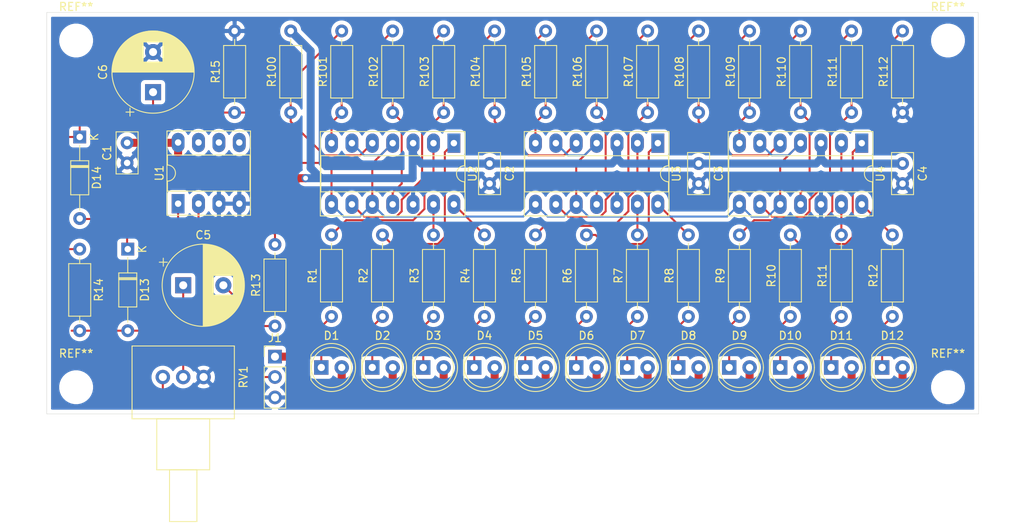
<source format=kicad_pcb>
(kicad_pcb (version 20171130) (host pcbnew "(5.1.7-0-10_14)")
  (title_block (title "VU Meter Module") (rev v0.1) (company "Jannik Beyerstedt") (comment 1 "Experimentation Prototype"))
  (layers (0 F.Cu signal) (31 B.Cu signal) (34 B.Paste user) (35 F.Paste user) (36 B.SilkS user) (37 F.SilkS user) (38 B.Mask user) (39 F.Mask user) (44 Edge.Cuts user))
  (net 0 "")
  (net 1 +15V)
  (net 2 "Net-(C5-Pad2)")
  (net 3 "Net-(C5-Pad1)")
  (net 4 "Net-(C6-Pad1)")
  (net 5 "Net-(D1-Pad1)")
  (net 6 "Net-(D2-Pad1)")
  (net 7 "Net-(D3-Pad1)")
  (net 8 "Net-(D4-Pad1)")
  (net 9 "Net-(D5-Pad1)")
  (net 10 "Net-(D6-Pad1)")
  (net 11 "Net-(D7-Pad1)")
  (net 12 "Net-(D8-Pad1)")
  (net 13 "Net-(D9-Pad1)")
  (net 14 "Net-(D10-Pad1)")
  (net 15 "Net-(D11-Pad1)")
  (net 16 "Net-(D12-Pad1)")
  (net 17 "Net-(D13-Pad2)")
  (net 18 "Net-(D13-Pad1)")
  (net 19 "Net-(R1-Pad2)")
  (net 20 "Net-(R2-Pad2)")
  (net 21 "Net-(R3-Pad2)")
  (net 22 "Net-(R4-Pad2)")
  (net 23 "Net-(R5-Pad2)")
  (net 24 "Net-(R6-Pad2)")
  (net 25 "Net-(R7-Pad2)")
  (net 26 "Net-(R8-Pad2)")
  (net 27 "Net-(R9-Pad2)")
  (net 28 "Net-(R10-Pad2)")
  (net 29 "Net-(R11-Pad2)")
  (net 30 "Net-(R12-Pad2)")
  (net 31 "Net-(R100-Pad1)")
  (net 32 "Net-(R101-Pad1)")
  (net 33 "Net-(R102-Pad1)")
  (net 34 "Net-(R103-Pad1)")
  (net 35 "Net-(R104-Pad1)")
  (net 36 "Net-(R105-Pad1)")
  (net 37 "Net-(R106-Pad1)")
  (net 38 "Net-(R107-Pad1)")
  (net 39 "Net-(R108-Pad1)")
  (net 40 "Net-(R109-Pad1)")
  (net 41 "Net-(R110-Pad1)")
  (net 42 "Net-(R111-Pad1)")
  (net 43 Line_Input)
  (net 44 GNDREF)
  (module Package_DIP:DIP-14_W7.62mm_Socket_LongPads (layer F.Cu) (at 131.5 36.275 270)
    (fp_text reference U4 (at 3.81 -2.33 90) (layer F.SilkS))
    (fp_text value LM339)
    (pad 14 thru_hole oval (at 7.62 0 270) (size 2.4 1.6) (drill 0.8) (layers *.Cu *.Mask) (net 30 "Net-(R12-Pad2)"))
    (pad 7 thru_hole oval (at 0 15.24 270) (size 2.4 1.6) (drill 0.8) (layers *.Cu *.Mask) (net 40 "Net-(R109-Pad1)"))
    (pad 13 thru_hole oval (at 7.62 2.54 270) (size 2.4 1.6) (drill 0.8) (layers *.Cu *.Mask) (net 29 "Net-(R11-Pad2)"))
    (pad 6 thru_hole oval (at 0 12.7 270) (size 2.4 1.6) (drill 0.8) (layers *.Cu *.Mask) (net 4 "Net-(C6-Pad1)"))
    (pad 12 thru_hole oval (at 7.62 5.08 270) (size 2.4 1.6) (drill 0.8) (layers *.Cu *.Mask) (net 44 GNDREF))
    (pad 5 thru_hole oval (at 0 10.16 270) (size 2.4 1.6) (drill 0.8) (layers *.Cu *.Mask) (net 39 "Net-(R108-Pad1)"))
    (pad 11 thru_hole oval (at 7.62 7.62 270) (size 2.4 1.6) (drill 0.8) (layers *.Cu *.Mask) (net 41 "Net-(R110-Pad1)"))
    (pad 4 thru_hole oval (at 0 7.62 270) (size 2.4 1.6) (drill 0.8) (layers *.Cu *.Mask) (net 4 "Net-(C6-Pad1)"))
    (pad 10 thru_hole oval (at 7.62 10.16 270) (size 2.4 1.6) (drill 0.8) (layers *.Cu *.Mask) (net 4 "Net-(C6-Pad1)"))
    (pad 3 thru_hole oval (at 0 5.08 270) (size 2.4 1.6) (drill 0.8) (layers *.Cu *.Mask) (net 1 +15V))
    (pad 9 thru_hole oval (at 7.62 12.7 270) (size 2.4 1.6) (drill 0.8) (layers *.Cu *.Mask) (net 42 "Net-(R111-Pad1)"))
    (pad 2 thru_hole oval (at 0 2.54 270) (size 2.4 1.6) (drill 0.8) (layers *.Cu *.Mask) (net 27 "Net-(R9-Pad2)"))
    (pad 8 thru_hole oval (at 7.62 15.24 270) (size 2.4 1.6) (drill 0.8) (layers *.Cu *.Mask) (net 4 "Net-(C6-Pad1)"))
    (pad 1 thru_hole rect (at 0 0 270) (size 2.4 1.6) (drill 0.8) (layers *.Cu *.Mask) (net 28 "Net-(R10-Pad2)"))
  )
  (module Package_DIP:DIP-14_W7.62mm_Socket_LongPads (layer F.Cu) (at 106.1 36.275 270)
    (fp_text reference U3 (at 3.81 -2.33 90) (layer F.SilkS))
    (fp_text value LM339)
    (pad 14 thru_hole oval (at 7.62 0 270) (size 2.4 1.6) (drill 0.8) (layers *.Cu *.Mask) (net 26 "Net-(R8-Pad2)"))
    (pad 7 thru_hole oval (at 0 15.24 270) (size 2.4 1.6) (drill 0.8) (layers *.Cu *.Mask) (net 36 "Net-(R105-Pad1)"))
    (pad 13 thru_hole oval (at 7.62 2.54 270) (size 2.4 1.6) (drill 0.8) (layers *.Cu *.Mask) (net 25 "Net-(R7-Pad2)"))
    (pad 6 thru_hole oval (at 0 12.7 270) (size 2.4 1.6) (drill 0.8) (layers *.Cu *.Mask) (net 4 "Net-(C6-Pad1)"))
    (pad 12 thru_hole oval (at 7.62 5.08 270) (size 2.4 1.6) (drill 0.8) (layers *.Cu *.Mask) (net 44 GNDREF))
    (pad 5 thru_hole oval (at 0 10.16 270) (size 2.4 1.6) (drill 0.8) (layers *.Cu *.Mask) (net 35 "Net-(R104-Pad1)"))
    (pad 11 thru_hole oval (at 7.62 7.62 270) (size 2.4 1.6) (drill 0.8) (layers *.Cu *.Mask) (net 37 "Net-(R106-Pad1)"))
    (pad 4 thru_hole oval (at 0 7.62 270) (size 2.4 1.6) (drill 0.8) (layers *.Cu *.Mask) (net 4 "Net-(C6-Pad1)"))
    (pad 10 thru_hole oval (at 7.62 10.16 270) (size 2.4 1.6) (drill 0.8) (layers *.Cu *.Mask) (net 4 "Net-(C6-Pad1)"))
    (pad 3 thru_hole oval (at 0 5.08 270) (size 2.4 1.6) (drill 0.8) (layers *.Cu *.Mask) (net 1 +15V))
    (pad 9 thru_hole oval (at 7.62 12.7 270) (size 2.4 1.6) (drill 0.8) (layers *.Cu *.Mask) (net 38 "Net-(R107-Pad1)"))
    (pad 2 thru_hole oval (at 0 2.54 270) (size 2.4 1.6) (drill 0.8) (layers *.Cu *.Mask) (net 23 "Net-(R5-Pad2)"))
    (pad 8 thru_hole oval (at 7.62 15.24 270) (size 2.4 1.6) (drill 0.8) (layers *.Cu *.Mask) (net 4 "Net-(C6-Pad1)"))
    (pad 1 thru_hole rect (at 0 0 270) (size 2.4 1.6) (drill 0.8) (layers *.Cu *.Mask) (net 24 "Net-(R6-Pad2)"))
  )
  (module MountingHole:MountingHole_3.2mm_M3 (layer F.Cu) (at 33.655 23.495)
    (fp_text reference REF** (at 0 -4.2) (layer F.SilkS))
    (fp_text value MountingHole_3.2mm_M3)
    (pad 1 np_thru_hole circle (at 0 0) (size 3.2 3.2) (drill 3.2) (layers *.Cu *.Mask))
  )
  (module MountingHole:MountingHole_3.2mm_M3 (layer F.Cu) (at 142.24 66.675)
    (fp_text reference REF** (at 0 -4.2) (layer F.SilkS))
    (fp_text value MountingHole_3.2mm_M3)
    (pad 1 np_thru_hole circle (at 0 0) (size 3.2 3.2) (drill 3.2) (layers *.Cu *.Mask))
  )
  (module MountingHole:MountingHole_3.2mm_M3 (layer F.Cu) (at 142.24 23.495)
    (fp_text reference REF** (at 0 -4.2) (layer F.SilkS))
    (fp_text value MountingHole_3.2mm_M3)
    (pad 1 np_thru_hole circle (at 0 0) (size 3.2 3.2) (drill 3.2) (layers *.Cu *.Mask))
  )
  (module MountingHole:MountingHole_3.2mm_M3 (layer F.Cu) (at 33.655 66.675)
    (fp_text reference REF** (at 0 -4.2) (layer F.SilkS))
    (fp_text value MountingHole_3.2mm_M3)
    (pad 1 np_thru_hole circle (at 0 0) (size 3.2 3.2) (drill 3.2) (layers *.Cu *.Mask))
  )
  (module Connector_PinHeader_2.54mm:PinHeader_1x03_P2.54mm_Vertical (layer F.Cu) (at 58.42 62.865)
    (fp_text reference J1 (at 0 -2.33) (layer F.SilkS))
    (fp_text value Pwr_Signal)
    (pad 3 thru_hole oval (at 0 5.08) (size 1.7 1.7) (drill 1) (layers *.Cu *.Mask) (net 44 GNDREF))
    (pad 2 thru_hole oval (at 0 2.54) (size 1.7 1.7) (drill 1) (layers *.Cu *.Mask) (net 43 Line_Input))
    (pad 1 thru_hole rect (at 0 0) (size 1.7 1.7) (drill 1) (layers *.Cu *.Mask) (net 1 +15V))
  )
  (module Package_DIP:DIP-14_W7.62mm_Socket_LongPads (layer F.Cu) (at 80.7 36.275 270)
    (fp_text reference U2 (at 3.81 -2.33 90) (layer F.SilkS))
    (fp_text value LM339)
    (pad 14 thru_hole oval (at 7.62 0 270) (size 2.4 1.6) (drill 0.8) (layers *.Cu *.Mask) (net 22 "Net-(R4-Pad2)"))
    (pad 7 thru_hole oval (at 0 15.24 270) (size 2.4 1.6) (drill 0.8) (layers *.Cu *.Mask) (net 32 "Net-(R101-Pad1)"))
    (pad 13 thru_hole oval (at 7.62 2.54 270) (size 2.4 1.6) (drill 0.8) (layers *.Cu *.Mask) (net 21 "Net-(R3-Pad2)"))
    (pad 6 thru_hole oval (at 0 12.7 270) (size 2.4 1.6) (drill 0.8) (layers *.Cu *.Mask) (net 4 "Net-(C6-Pad1)"))
    (pad 12 thru_hole oval (at 7.62 5.08 270) (size 2.4 1.6) (drill 0.8) (layers *.Cu *.Mask) (net 44 GNDREF))
    (pad 5 thru_hole oval (at 0 10.16 270) (size 2.4 1.6) (drill 0.8) (layers *.Cu *.Mask) (net 31 "Net-(R100-Pad1)"))
    (pad 11 thru_hole oval (at 7.62 7.62 270) (size 2.4 1.6) (drill 0.8) (layers *.Cu *.Mask) (net 33 "Net-(R102-Pad1)"))
    (pad 4 thru_hole oval (at 0 7.62 270) (size 2.4 1.6) (drill 0.8) (layers *.Cu *.Mask) (net 4 "Net-(C6-Pad1)"))
    (pad 10 thru_hole oval (at 7.62 10.16 270) (size 2.4 1.6) (drill 0.8) (layers *.Cu *.Mask) (net 4 "Net-(C6-Pad1)"))
    (pad 3 thru_hole oval (at 0 5.08 270) (size 2.4 1.6) (drill 0.8) (layers *.Cu *.Mask) (net 1 +15V))
    (pad 9 thru_hole oval (at 7.62 12.7 270) (size 2.4 1.6) (drill 0.8) (layers *.Cu *.Mask) (net 34 "Net-(R103-Pad1)"))
    (pad 2 thru_hole oval (at 0 2.54 270) (size 2.4 1.6) (drill 0.8) (layers *.Cu *.Mask) (net 19 "Net-(R1-Pad2)"))
    (pad 8 thru_hole oval (at 7.62 15.24 270) (size 2.4 1.6) (drill 0.8) (layers *.Cu *.Mask) (net 4 "Net-(C6-Pad1)"))
    (pad 1 thru_hole rect (at 0 0 270) (size 2.4 1.6) (drill 0.8) (layers *.Cu *.Mask) (net 20 "Net-(R2-Pad2)"))
  )
  (module Package_DIP:DIP-8_W7.62mm_Socket_LongPads (layer F.Cu) (at 46.355 43.815 90)
    (fp_text reference U1 (at 3.81 -2.33 90) (layer F.SilkS))
    (fp_text value LM833N)
    (pad 8 thru_hole oval (at 7.62 0 90) (size 2.4 1.6) (drill 0.8) (layers *.Cu *.Mask) (net 1 +15V))
    (pad 4 thru_hole oval (at 0 7.62 90) (size 2.4 1.6) (drill 0.8) (layers *.Cu *.Mask) (net 44 GNDREF))
    (pad 7 thru_hole oval (at 7.62 2.54 90) (size 2.4 1.6) (drill 0.8) (layers *.Cu *.Mask))
    (pad 3 thru_hole oval (at 0 5.08 90) (size 2.4 1.6) (drill 0.8) (layers *.Cu *.Mask) (net 44 GNDREF))
    (pad 6 thru_hole oval (at 7.62 5.08 90) (size 2.4 1.6) (drill 0.8) (layers *.Cu *.Mask))
    (pad 2 thru_hole oval (at 0 2.54 90) (size 2.4 1.6) (drill 0.8) (layers *.Cu *.Mask) (net 17 "Net-(D13-Pad2)"))
    (pad 5 thru_hole oval (at 7.62 7.62 90) (size 2.4 1.6) (drill 0.8) (layers *.Cu *.Mask))
    (pad 1 thru_hole rect (at 0 0 90) (size 2.4 1.6) (drill 0.8) (layers *.Cu *.Mask) (net 18 "Net-(D13-Pad1)"))
  )
  (module Potentiometer_THT:Potentiometer_Vishay_148-149_Single_Horizontal (layer F.Cu) (at 44.45 65.405 270)
    (fp_text reference RV1 (at 0 -10.04 90) (layer F.SilkS))
    (fp_text value 50K)
    (pad 1 thru_hole circle (at 0 0 270) (size 1.8 1.8) (drill 1) (layers *.Cu *.Mask) (net 43 Line_Input))
    (pad 2 thru_hole circle (at 0 -2.54 270) (size 1.8 1.8) (drill 1) (layers *.Cu *.Mask) (net 3 "Net-(C5-Pad1)"))
    (pad 3 thru_hole circle (at 0 -5.08 270) (size 1.8 1.8) (drill 1) (layers *.Cu *.Mask) (net 44 GNDREF))
  )
  (module Resistor_THT:R_Axial_DIN0207_L6.3mm_D2.5mm_P10.16mm_Horizontal (layer F.Cu) (at 136.58 32.465 90)
    (fp_text reference R112 (at 5.08 -2.37 90) (layer F.SilkS))
    (fp_text value 68R)
    (pad 2 thru_hole oval (at 10.16 0 90) (size 1.6 1.6) (drill 0.8) (layers *.Cu *.Mask) (net 42 "Net-(R111-Pad1)"))
    (pad 1 thru_hole circle (at 0 0 90) (size 1.6 1.6) (drill 0.8) (layers *.Cu *.Mask) (net 44 GNDREF))
  )
  (module Resistor_THT:R_Axial_DIN0207_L6.3mm_D2.5mm_P10.16mm_Horizontal (layer F.Cu) (at 130.23 32.465 90)
    (fp_text reference R111 (at 5.08 -2.37 90) (layer F.SilkS))
    (fp_text value 39R)
    (pad 2 thru_hole oval (at 10.16 0 90) (size 1.6 1.6) (drill 0.8) (layers *.Cu *.Mask) (net 41 "Net-(R110-Pad1)"))
    (pad 1 thru_hole circle (at 0 0 90) (size 1.6 1.6) (drill 0.8) (layers *.Cu *.Mask) (net 42 "Net-(R111-Pad1)"))
  )
  (module Resistor_THT:R_Axial_DIN0207_L6.3mm_D2.5mm_P10.16mm_Horizontal (layer F.Cu) (at 123.88 32.465 90)
    (fp_text reference R110 (at 5.08 -2.37 90) (layer F.SilkS))
    (fp_text value 68R)
    (pad 2 thru_hole oval (at 10.16 0 90) (size 1.6 1.6) (drill 0.8) (layers *.Cu *.Mask) (net 40 "Net-(R109-Pad1)"))
    (pad 1 thru_hole circle (at 0 0 90) (size 1.6 1.6) (drill 0.8) (layers *.Cu *.Mask) (net 41 "Net-(R110-Pad1)"))
  )
  (module Resistor_THT:R_Axial_DIN0207_L6.3mm_D2.5mm_P10.16mm_Horizontal (layer F.Cu) (at 117.53 32.465 90)
    (fp_text reference R109 (at 5.08 -2.37 90) (layer F.SilkS))
    (fp_text value 100R)
    (pad 2 thru_hole oval (at 10.16 0 90) (size 1.6 1.6) (drill 0.8) (layers *.Cu *.Mask) (net 39 "Net-(R108-Pad1)"))
    (pad 1 thru_hole circle (at 0 0 90) (size 1.6 1.6) (drill 0.8) (layers *.Cu *.Mask) (net 40 "Net-(R109-Pad1)"))
  )
  (module Resistor_THT:R_Axial_DIN0207_L6.3mm_D2.5mm_P10.16mm_Horizontal (layer F.Cu) (at 111.18 32.465 90)
    (fp_text reference R108 (at 5.08 -2.37 90) (layer F.SilkS))
    (fp_text value 150R)
    (pad 2 thru_hole oval (at 10.16 0 90) (size 1.6 1.6) (drill 0.8) (layers *.Cu *.Mask) (net 38 "Net-(R107-Pad1)"))
    (pad 1 thru_hole circle (at 0 0 90) (size 1.6 1.6) (drill 0.8) (layers *.Cu *.Mask) (net 39 "Net-(R108-Pad1)"))
  )
  (module Resistor_THT:R_Axial_DIN0207_L6.3mm_D2.5mm_P10.16mm_Horizontal (layer F.Cu) (at 104.83 32.465 90)
    (fp_text reference R107 (at 5.08 -2.37 90) (layer F.SilkS))
    (fp_text value 270R)
    (pad 2 thru_hole oval (at 10.16 0 90) (size 1.6 1.6) (drill 0.8) (layers *.Cu *.Mask) (net 37 "Net-(R106-Pad1)"))
    (pad 1 thru_hole circle (at 0 0 90) (size 1.6 1.6) (drill 0.8) (layers *.Cu *.Mask) (net 38 "Net-(R107-Pad1)"))
  )
  (module Resistor_THT:R_Axial_DIN0207_L6.3mm_D2.5mm_P10.16mm_Horizontal (layer F.Cu) (at 98.48 32.465 90)
    (fp_text reference R106 (at 5.08 -2.37 90) (layer F.SilkS))
    (fp_text value 390R)
    (pad 2 thru_hole oval (at 10.16 0 90) (size 1.6 1.6) (drill 0.8) (layers *.Cu *.Mask) (net 36 "Net-(R105-Pad1)"))
    (pad 1 thru_hole circle (at 0 0 90) (size 1.6 1.6) (drill 0.8) (layers *.Cu *.Mask) (net 37 "Net-(R106-Pad1)"))
  )
  (module Resistor_THT:R_Axial_DIN0207_L6.3mm_D2.5mm_P10.16mm_Horizontal (layer F.Cu) (at 92.13 32.465 90)
    (fp_text reference R105 (at 5.08 -2.37 90) (layer F.SilkS))
    (fp_text value 680R)
    (pad 2 thru_hole oval (at 10.16 0 90) (size 1.6 1.6) (drill 0.8) (layers *.Cu *.Mask) (net 35 "Net-(R104-Pad1)"))
    (pad 1 thru_hole circle (at 0 0 90) (size 1.6 1.6) (drill 0.8) (layers *.Cu *.Mask) (net 36 "Net-(R105-Pad1)"))
  )
  (module Resistor_THT:R_Axial_DIN0207_L6.3mm_D2.5mm_P10.16mm_Horizontal (layer F.Cu) (at 85.78 32.465 90)
    (fp_text reference R104 (at 5.08 -2.37 90) (layer F.SilkS))
    (fp_text value 1K)
    (pad 2 thru_hole oval (at 10.16 0 90) (size 1.6 1.6) (drill 0.8) (layers *.Cu *.Mask) (net 34 "Net-(R103-Pad1)"))
    (pad 1 thru_hole circle (at 0 0 90) (size 1.6 1.6) (drill 0.8) (layers *.Cu *.Mask) (net 35 "Net-(R104-Pad1)"))
  )
  (module Resistor_THT:R_Axial_DIN0207_L6.3mm_D2.5mm_P10.16mm_Horizontal (layer F.Cu) (at 79.43 32.465 90)
    (fp_text reference R103 (at 5.08 -2.37 90) (layer F.SilkS))
    (fp_text value 1.5K)
    (pad 2 thru_hole oval (at 10.16 0 90) (size 1.6 1.6) (drill 0.8) (layers *.Cu *.Mask) (net 33 "Net-(R102-Pad1)"))
    (pad 1 thru_hole circle (at 0 0 90) (size 1.6 1.6) (drill 0.8) (layers *.Cu *.Mask) (net 34 "Net-(R103-Pad1)"))
  )
  (module Resistor_THT:R_Axial_DIN0207_L6.3mm_D2.5mm_P10.16mm_Horizontal (layer F.Cu) (at 73.08 32.465 90)
    (fp_text reference R102 (at 5.08 -2.37 90) (layer F.SilkS))
    (fp_text value 2.7K)
    (pad 2 thru_hole oval (at 10.16 0 90) (size 1.6 1.6) (drill 0.8) (layers *.Cu *.Mask) (net 32 "Net-(R101-Pad1)"))
    (pad 1 thru_hole circle (at 0 0 90) (size 1.6 1.6) (drill 0.8) (layers *.Cu *.Mask) (net 33 "Net-(R102-Pad1)"))
  )
  (module Resistor_THT:R_Axial_DIN0207_L6.3mm_D2.5mm_P10.16mm_Horizontal (layer F.Cu) (at 66.73 32.465 90)
    (fp_text reference R101 (at 5.08 -2.37 90) (layer F.SilkS))
    (fp_text value 3.9K)
    (pad 2 thru_hole oval (at 10.16 0 90) (size 1.6 1.6) (drill 0.8) (layers *.Cu *.Mask) (net 31 "Net-(R100-Pad1)"))
    (pad 1 thru_hole circle (at 0 0 90) (size 1.6 1.6) (drill 0.8) (layers *.Cu *.Mask) (net 32 "Net-(R101-Pad1)"))
  )
  (module Resistor_THT:R_Axial_DIN0207_L6.3mm_D2.5mm_P10.16mm_Horizontal (layer F.Cu) (at 60.38 32.465 90)
    (fp_text reference R100 (at 5.08 -2.37 90) (layer F.SilkS))
    (fp_text value 2.7K)
    (pad 2 thru_hole oval (at 10.16 0 90) (size 1.6 1.6) (drill 0.8) (layers *.Cu *.Mask) (net 1 +15V))
    (pad 1 thru_hole circle (at 0 0 90) (size 1.6 1.6) (drill 0.8) (layers *.Cu *.Mask) (net 31 "Net-(R100-Pad1)"))
  )
  (module Resistor_THT:R_Axial_DIN0207_L6.3mm_D2.5mm_P10.16mm_Horizontal (layer F.Cu) (at 53.395 32.465 90)
    (fp_text reference R15 (at 5.08 -2.37 90) (layer F.SilkS))
    (fp_text value 10K)
    (pad 2 thru_hole oval (at 10.16 0 90) (size 1.6 1.6) (drill 0.8) (layers *.Cu *.Mask) (net 44 GNDREF))
    (pad 1 thru_hole circle (at 0 0 90) (size 1.6 1.6) (drill 0.8) (layers *.Cu *.Mask) (net 4 "Net-(C6-Pad1)"))
  )
  (module Resistor_THT:R_Axial_DIN0207_L6.3mm_D2.5mm_P10.16mm_Horizontal (layer F.Cu) (at 34.1 49.475 270)
    (fp_text reference R14 (at 5.08 -2.37 90) (layer F.SilkS))
    (fp_text value 3.9K)
    (pad 2 thru_hole oval (at 10.16 0 270) (size 1.6 1.6) (drill 0.8) (layers *.Cu *.Mask) (net 17 "Net-(D13-Pad2)"))
    (pad 1 thru_hole circle (at 0 0 270) (size 1.6 1.6) (drill 0.8) (layers *.Cu *.Mask) (net 4 "Net-(C6-Pad1)"))
  )
  (module Resistor_THT:R_Axial_DIN0207_L6.3mm_D2.5mm_P10.16mm_Horizontal (layer F.Cu) (at 58.42 59.055 90)
    (fp_text reference R13 (at 5.08 -2.37 90) (layer F.SilkS))
    (fp_text value 1K)
    (pad 2 thru_hole oval (at 10.16 0 90) (size 1.6 1.6) (drill 0.8) (layers *.Cu *.Mask) (net 17 "Net-(D13-Pad2)"))
    (pad 1 thru_hole circle (at 0 0 90) (size 1.6 1.6) (drill 0.8) (layers *.Cu *.Mask) (net 2 "Net-(C5-Pad2)"))
  )
  (module Resistor_THT:R_Axial_DIN0207_L6.3mm_D2.5mm_P10.16mm_Horizontal (layer F.Cu) (at 135.31 57.865 90)
    (fp_text reference R12 (at 5.08 -2.37 90) (layer F.SilkS))
    (fp_text value R)
    (pad 2 thru_hole oval (at 10.16 0 90) (size 1.6 1.6) (drill 0.8) (layers *.Cu *.Mask) (net 30 "Net-(R12-Pad2)"))
    (pad 1 thru_hole circle (at 0 0 90) (size 1.6 1.6) (drill 0.8) (layers *.Cu *.Mask) (net 16 "Net-(D12-Pad1)"))
  )
  (module Resistor_THT:R_Axial_DIN0207_L6.3mm_D2.5mm_P10.16mm_Horizontal (layer F.Cu) (at 128.96 57.865 90)
    (fp_text reference R11 (at 5.08 -2.37 90) (layer F.SilkS))
    (fp_text value R)
    (pad 2 thru_hole oval (at 10.16 0 90) (size 1.6 1.6) (drill 0.8) (layers *.Cu *.Mask) (net 29 "Net-(R11-Pad2)"))
    (pad 1 thru_hole circle (at 0 0 90) (size 1.6 1.6) (drill 0.8) (layers *.Cu *.Mask) (net 15 "Net-(D11-Pad1)"))
  )
  (module Resistor_THT:R_Axial_DIN0207_L6.3mm_D2.5mm_P10.16mm_Horizontal (layer F.Cu) (at 122.61 57.865 90)
    (fp_text reference R10 (at 5.08 -2.37 90) (layer F.SilkS))
    (fp_text value R)
    (pad 2 thru_hole oval (at 10.16 0 90) (size 1.6 1.6) (drill 0.8) (layers *.Cu *.Mask) (net 28 "Net-(R10-Pad2)"))
    (pad 1 thru_hole circle (at 0 0 90) (size 1.6 1.6) (drill 0.8) (layers *.Cu *.Mask) (net 14 "Net-(D10-Pad1)"))
  )
  (module Resistor_THT:R_Axial_DIN0207_L6.3mm_D2.5mm_P10.16mm_Horizontal (layer F.Cu) (at 116.26 57.865 90)
    (fp_text reference R9 (at 5.08 -2.37 90) (layer F.SilkS))
    (fp_text value R)
    (pad 2 thru_hole oval (at 10.16 0 90) (size 1.6 1.6) (drill 0.8) (layers *.Cu *.Mask) (net 27 "Net-(R9-Pad2)"))
    (pad 1 thru_hole circle (at 0 0 90) (size 1.6 1.6) (drill 0.8) (layers *.Cu *.Mask) (net 13 "Net-(D9-Pad1)"))
  )
  (module Resistor_THT:R_Axial_DIN0207_L6.3mm_D2.5mm_P10.16mm_Horizontal (layer F.Cu) (at 109.91 57.865 90)
    (fp_text reference R8 (at 5.08 -2.37 90) (layer F.SilkS))
    (fp_text value R)
    (pad 2 thru_hole oval (at 10.16 0 90) (size 1.6 1.6) (drill 0.8) (layers *.Cu *.Mask) (net 26 "Net-(R8-Pad2)"))
    (pad 1 thru_hole circle (at 0 0 90) (size 1.6 1.6) (drill 0.8) (layers *.Cu *.Mask) (net 12 "Net-(D8-Pad1)"))
  )
  (module Resistor_THT:R_Axial_DIN0207_L6.3mm_D2.5mm_P10.16mm_Horizontal (layer F.Cu) (at 103.56 57.865 90)
    (fp_text reference R7 (at 5.08 -2.37 90) (layer F.SilkS))
    (fp_text value R)
    (pad 2 thru_hole oval (at 10.16 0 90) (size 1.6 1.6) (drill 0.8) (layers *.Cu *.Mask) (net 25 "Net-(R7-Pad2)"))
    (pad 1 thru_hole circle (at 0 0 90) (size 1.6 1.6) (drill 0.8) (layers *.Cu *.Mask) (net 11 "Net-(D7-Pad1)"))
  )
  (module Resistor_THT:R_Axial_DIN0207_L6.3mm_D2.5mm_P10.16mm_Horizontal (layer F.Cu) (at 97.21 57.865 90)
    (fp_text reference R6 (at 5.08 -2.37 90) (layer F.SilkS))
    (fp_text value R)
    (pad 2 thru_hole oval (at 10.16 0 90) (size 1.6 1.6) (drill 0.8) (layers *.Cu *.Mask) (net 24 "Net-(R6-Pad2)"))
    (pad 1 thru_hole circle (at 0 0 90) (size 1.6 1.6) (drill 0.8) (layers *.Cu *.Mask) (net 10 "Net-(D6-Pad1)"))
  )
  (module Resistor_THT:R_Axial_DIN0207_L6.3mm_D2.5mm_P10.16mm_Horizontal (layer F.Cu) (at 90.86 57.865 90)
    (fp_text reference R5 (at 5.08 -2.37 90) (layer F.SilkS))
    (fp_text value R)
    (pad 2 thru_hole oval (at 10.16 0 90) (size 1.6 1.6) (drill 0.8) (layers *.Cu *.Mask) (net 23 "Net-(R5-Pad2)"))
    (pad 1 thru_hole circle (at 0 0 90) (size 1.6 1.6) (drill 0.8) (layers *.Cu *.Mask) (net 9 "Net-(D5-Pad1)"))
  )
  (module Resistor_THT:R_Axial_DIN0207_L6.3mm_D2.5mm_P10.16mm_Horizontal (layer F.Cu) (at 84.51 57.865 90)
    (fp_text reference R4 (at 5.08 -2.37 90) (layer F.SilkS))
    (fp_text value R)
    (pad 2 thru_hole oval (at 10.16 0 90) (size 1.6 1.6) (drill 0.8) (layers *.Cu *.Mask) (net 22 "Net-(R4-Pad2)"))
    (pad 1 thru_hole circle (at 0 0 90) (size 1.6 1.6) (drill 0.8) (layers *.Cu *.Mask) (net 8 "Net-(D4-Pad1)"))
  )
  (module Resistor_THT:R_Axial_DIN0207_L6.3mm_D2.5mm_P10.16mm_Horizontal (layer F.Cu) (at 78.16 57.865 90)
    (fp_text reference R3 (at 5.08 -2.37 90) (layer F.SilkS))
    (fp_text value R)
    (pad 2 thru_hole oval (at 10.16 0 90) (size 1.6 1.6) (drill 0.8) (layers *.Cu *.Mask) (net 21 "Net-(R3-Pad2)"))
    (pad 1 thru_hole circle (at 0 0 90) (size 1.6 1.6) (drill 0.8) (layers *.Cu *.Mask) (net 7 "Net-(D3-Pad1)"))
  )
  (module Resistor_THT:R_Axial_DIN0207_L6.3mm_D2.5mm_P10.16mm_Horizontal (layer F.Cu) (at 71.81 57.865 90)
    (fp_text reference R2 (at 5.08 -2.37 90) (layer F.SilkS))
    (fp_text value R)
    (pad 2 thru_hole oval (at 10.16 0 90) (size 1.6 1.6) (drill 0.8) (layers *.Cu *.Mask) (net 20 "Net-(R2-Pad2)"))
    (pad 1 thru_hole circle (at 0 0 90) (size 1.6 1.6) (drill 0.8) (layers *.Cu *.Mask) (net 6 "Net-(D2-Pad1)"))
  )
  (module Resistor_THT:R_Axial_DIN0207_L6.3mm_D2.5mm_P10.16mm_Horizontal (layer F.Cu) (at 65.46 57.865 90)
    (fp_text reference R1 (at 5.08 -2.37 90) (layer F.SilkS))
    (fp_text value R)
    (pad 2 thru_hole oval (at 10.16 0 90) (size 1.6 1.6) (drill 0.8) (layers *.Cu *.Mask) (net 19 "Net-(R1-Pad2)"))
    (pad 1 thru_hole circle (at 0 0 90) (size 1.6 1.6) (drill 0.8) (layers *.Cu *.Mask) (net 5 "Net-(D1-Pad1)"))
  )
  (module Diode_THT:D_DO-35_SOD27_P10.16mm_Horizontal (layer F.Cu) (at 34.1 35.505 270)
    (fp_text reference D14 (at 5.08 -2.12 90) (layer F.SilkS))
    (fp_text value 1N4148)
    (fp_text user K (at 0 -1.8 90) (layer F.SilkS))
    (pad 2 thru_hole oval (at 10.16 0 270) (size 1.6 1.6) (drill 0.8) (layers *.Cu *.Mask) (net 18 "Net-(D13-Pad1)"))
    (pad 1 thru_hole rect (at 0 0 270) (size 1.6 1.6) (drill 0.8) (layers *.Cu *.Mask) (net 4 "Net-(C6-Pad1)"))
  )
  (module Diode_THT:D_DO-35_SOD27_P10.16mm_Horizontal (layer F.Cu) (at 40.085 49.475 270)
    (fp_text reference D13 (at 5.08 -2.12 90) (layer F.SilkS))
    (fp_text value 1N4148)
    (fp_text user K (at 0 -1.8 90) (layer F.SilkS))
    (pad 2 thru_hole oval (at 10.16 0 270) (size 1.6 1.6) (drill 0.8) (layers *.Cu *.Mask) (net 17 "Net-(D13-Pad2)"))
    (pad 1 thru_hole rect (at 0 0 270) (size 1.6 1.6) (drill 0.8) (layers *.Cu *.Mask) (net 18 "Net-(D13-Pad1)"))
  )
  (module LED_THT:LED_D5.0mm (layer F.Cu) (at 134.04 64.215)
    (fp_text reference D12 (at 1.27 -3.96) (layer F.SilkS))
    (fp_text value "-32 rd")
    (pad 2 thru_hole circle (at 2.54 0) (size 1.8 1.8) (drill 0.9) (layers *.Cu *.Mask) (net 1 +15V))
    (pad 1 thru_hole rect (at 0 0) (size 1.8 1.8) (drill 0.9) (layers *.Cu *.Mask) (net 16 "Net-(D12-Pad1)"))
  )
  (module LED_THT:LED_D5.0mm (layer F.Cu) (at 127.69 64.215)
    (fp_text reference D11 (at 1.27 -3.96) (layer F.SilkS))
    (fp_text value "-28 rd")
    (pad 2 thru_hole circle (at 2.54 0) (size 1.8 1.8) (drill 0.9) (layers *.Cu *.Mask) (net 1 +15V))
    (pad 1 thru_hole rect (at 0 0) (size 1.8 1.8) (drill 0.9) (layers *.Cu *.Mask) (net 15 "Net-(D11-Pad1)"))
  )
  (module LED_THT:LED_D5.0mm (layer F.Cu) (at 121.34 64.215)
    (fp_text reference D10 (at 1.27 -3.96) (layer F.SilkS))
    (fp_text value "-24 rd")
    (pad 2 thru_hole circle (at 2.54 0) (size 1.8 1.8) (drill 0.9) (layers *.Cu *.Mask) (net 1 +15V))
    (pad 1 thru_hole rect (at 0 0) (size 1.8 1.8) (drill 0.9) (layers *.Cu *.Mask) (net 14 "Net-(D10-Pad1)"))
  )
  (module LED_THT:LED_D5.0mm (layer F.Cu) (at 114.99 64.215)
    (fp_text reference D9 (at 1.27 -3.96) (layer F.SilkS))
    (fp_text value "-20 rd")
    (pad 2 thru_hole circle (at 2.54 0) (size 1.8 1.8) (drill 0.9) (layers *.Cu *.Mask) (net 1 +15V))
    (pad 1 thru_hole rect (at 0 0) (size 1.8 1.8) (drill 0.9) (layers *.Cu *.Mask) (net 13 "Net-(D9-Pad1)"))
  )
  (module LED_THT:LED_D5.0mm (layer F.Cu) (at 108.64 64.215)
    (fp_text reference D8 (at 1.27 -3.96) (layer F.SilkS))
    (fp_text value "-16 ye")
    (pad 2 thru_hole circle (at 2.54 0) (size 1.8 1.8) (drill 0.9) (layers *.Cu *.Mask) (net 1 +15V))
    (pad 1 thru_hole rect (at 0 0) (size 1.8 1.8) (drill 0.9) (layers *.Cu *.Mask) (net 12 "Net-(D8-Pad1)"))
  )
  (module LED_THT:LED_D5.0mm (layer F.Cu) (at 102.29 64.215)
    (fp_text reference D7 (at 1.27 -3.96) (layer F.SilkS))
    (fp_text value "-12 ye")
    (pad 2 thru_hole circle (at 2.54 0) (size 1.8 1.8) (drill 0.9) (layers *.Cu *.Mask) (net 1 +15V))
    (pad 1 thru_hole rect (at 0 0) (size 1.8 1.8) (drill 0.9) (layers *.Cu *.Mask) (net 11 "Net-(D7-Pad1)"))
  )
  (module LED_THT:LED_D5.0mm (layer F.Cu) (at 95.94 64.215)
    (fp_text reference D6 (at 1.27 -3.96) (layer F.SilkS))
    (fp_text value "-8 gn")
    (pad 2 thru_hole circle (at 2.54 0) (size 1.8 1.8) (drill 0.9) (layers *.Cu *.Mask) (net 1 +15V))
    (pad 1 thru_hole rect (at 0 0) (size 1.8 1.8) (drill 0.9) (layers *.Cu *.Mask) (net 10 "Net-(D6-Pad1)"))
  )
  (module LED_THT:LED_D5.0mm (layer F.Cu) (at 89.59 64.215)
    (fp_text reference D5 (at 1.27 -3.96) (layer F.SilkS))
    (fp_text value "-4 gn")
    (pad 2 thru_hole circle (at 2.54 0) (size 1.8 1.8) (drill 0.9) (layers *.Cu *.Mask) (net 1 +15V))
    (pad 1 thru_hole rect (at 0 0) (size 1.8 1.8) (drill 0.9) (layers *.Cu *.Mask) (net 9 "Net-(D5-Pad1)"))
  )
  (module LED_THT:LED_D5.0mm (layer F.Cu) (at 83.24 64.215)
    (fp_text reference D4 (at 1.27 -3.96) (layer F.SilkS))
    (fp_text value "0 gn")
    (pad 2 thru_hole circle (at 2.54 0) (size 1.8 1.8) (drill 0.9) (layers *.Cu *.Mask) (net 1 +15V))
    (pad 1 thru_hole rect (at 0 0) (size 1.8 1.8) (drill 0.9) (layers *.Cu *.Mask) (net 8 "Net-(D4-Pad1)"))
  )
  (module LED_THT:LED_D5.0mm (layer F.Cu) (at 76.89 64.215)
    (fp_text reference D3 (at 1.27 -3.96) (layer F.SilkS))
    (fp_text value "+4 ye")
    (pad 2 thru_hole circle (at 2.54 0) (size 1.8 1.8) (drill 0.9) (layers *.Cu *.Mask) (net 1 +15V))
    (pad 1 thru_hole rect (at 0 0) (size 1.8 1.8) (drill 0.9) (layers *.Cu *.Mask) (net 7 "Net-(D3-Pad1)"))
  )
  (module LED_THT:LED_D5.0mm (layer F.Cu) (at 70.54 64.215)
    (fp_text reference D2 (at 1.27 -3.96) (layer F.SilkS))
    (fp_text value "+8 ye")
    (pad 2 thru_hole circle (at 2.54 0) (size 1.8 1.8) (drill 0.9) (layers *.Cu *.Mask) (net 1 +15V))
    (pad 1 thru_hole rect (at 0 0) (size 1.8 1.8) (drill 0.9) (layers *.Cu *.Mask) (net 6 "Net-(D2-Pad1)"))
  )
  (module LED_THT:LED_D5.0mm (layer F.Cu) (at 64.19 64.215)
    (fp_text reference D1 (at 1.27 -3.96) (layer F.SilkS))
    (fp_text value "+12 rd")
    (pad 2 thru_hole circle (at 2.54 0) (size 1.8 1.8) (drill 0.9) (layers *.Cu *.Mask) (net 1 +15V))
    (pad 1 thru_hole rect (at 0 0) (size 1.8 1.8) (drill 0.9) (layers *.Cu *.Mask) (net 5 "Net-(D1-Pad1)"))
  )
  (module Capacitor_THT:CP_Radial_D10.0mm_P5.00mm (layer F.Cu) (at 43.235 29.925 90)
    (fp_text reference C6 (at 2.5 -6.25 90) (layer F.SilkS))
    (fp_text value 2.2uF)
    (pad 2 thru_hole circle (at 5 0 90) (size 2 2) (drill 1) (layers *.Cu *.Mask) (net 44 GNDREF))
    (pad 1 thru_hole rect (at 0 0 90) (size 2 2) (drill 1) (layers *.Cu *.Mask) (net 4 "Net-(C6-Pad1)"))
  )
  (module Capacitor_THT:CP_Radial_D10.0mm_P5.00mm (layer F.Cu) (at 46.99 53.975)
    (fp_text reference C5 (at 2.5 -6.25) (layer F.SilkS))
    (fp_text value 10uF)
    (pad 2 thru_hole circle (at 5 0) (size 2 2) (drill 1) (layers *.Cu *.Mask) (net 2 "Net-(C5-Pad2)"))
    (pad 1 thru_hole rect (at 0 0) (size 2 2) (drill 1) (layers *.Cu *.Mask) (net 3 "Net-(C5-Pad1)"))
  )
  (module Capacitor_THT:C_Disc_D5.0mm_W2.5mm_P2.50mm (layer F.Cu) (at 136.58 38.815 270)
    (fp_text reference C4 (at 1.25 -2.5 90) (layer F.SilkS))
    (fp_text value 100nF)
    (pad 2 thru_hole circle (at 2.5 0 270) (size 1.6 1.6) (drill 0.8) (layers *.Cu *.Mask) (net 44 GNDREF))
    (pad 1 thru_hole circle (at 0 0 270) (size 1.6 1.6) (drill 0.8) (layers *.Cu *.Mask) (net 1 +15V))
  )
  (module Capacitor_THT:C_Disc_D5.0mm_W2.5mm_P2.50mm (layer F.Cu) (at 111.18 38.815 270)
    (fp_text reference C3 (at 1.25 -2.5 90) (layer F.SilkS))
    (fp_text value 100nF)
    (pad 2 thru_hole circle (at 2.5 0 270) (size 1.6 1.6) (drill 0.8) (layers *.Cu *.Mask) (net 44 GNDREF))
    (pad 1 thru_hole circle (at 0 0 270) (size 1.6 1.6) (drill 0.8) (layers *.Cu *.Mask) (net 1 +15V))
  )
  (module Capacitor_THT:C_Disc_D5.0mm_W2.5mm_P2.50mm (layer F.Cu) (at 85.145 38.815 270)
    (fp_text reference C2 (at 1.25 -2.5 90) (layer F.SilkS))
    (fp_text value 100nF)
    (pad 2 thru_hole circle (at 2.5 0 270) (size 1.6 1.6) (drill 0.8) (layers *.Cu *.Mask) (net 44 GNDREF))
    (pad 1 thru_hole circle (at 0 0 270) (size 1.6 1.6) (drill 0.8) (layers *.Cu *.Mask) (net 1 +15V))
  )
  (module Capacitor_THT:C_Disc_D5.0mm_W2.5mm_P2.50mm (layer F.Cu) (at 40.005 38.735 90)
    (fp_text reference C1 (at 1.25 -2.5 90) (layer F.SilkS))
    (fp_text value 100nF)
    (pad 2 thru_hole circle (at 2.5 0 90) (size 1.6 1.6) (drill 0.8) (layers *.Cu *.Mask) (net 1 +15V))
    (pad 1 thru_hole circle (at 0 0 90) (size 1.6 1.6) (drill 0.8) (layers *.Cu *.Mask) (net 44 GNDREF))
  )
  (gr_line (start 146 20) (end 30 20) (layer Edge.Cuts) (width 0.05))
  (gr_line (start 146.05 70) (end 146 20) (layer Edge.Cuts) (width 0.05))
  (gr_line (start 30 20) (end 30 70) (layer Edge.Cuts) (width 0.05))
  (gr_line (start 146.05 70) (end 30 70) (layer Edge.Cuts) (width 0.05))
  (segment (start 136.58 66.755) (end 136.58 64.215) (width 1) (layer F.Cu) (net 1))
  (segment (start 130.23 66.755) (end 136.58 66.755) (width 1) (layer F.Cu) (net 1))
  (segment (start 130.23 64.215) (end 130.23 66.755) (width 1) (layer F.Cu) (net 1))
  (segment (start 123.88 64.215) (end 123.88 66.755) (width 1) (layer F.Cu) (net 1))
  (segment (start 123.88 66.755) (end 130.23 66.755) (width 1) (layer F.Cu) (net 1))
  (segment (start 117.53 64.215) (end 117.53 66.755) (width 1) (layer F.Cu) (net 1))
  (segment (start 117.53 66.755) (end 123.88 66.755) (width 1) (layer F.Cu) (net 1))
  (segment (start 111.18 64.215) (end 111.18 66.755) (width 1) (layer F.Cu) (net 1))
  (segment (start 111.18 66.755) (end 117.53 66.755) (width 1) (layer F.Cu) (net 1))
  (segment (start 104.83 66.755) (end 111.18 66.755) (width 1) (layer F.Cu) (net 1))
  (segment (start 104.83 64.215) (end 104.83 66.755) (width 1) (layer F.Cu) (net 1))
  (segment (start 98.48 64.215) (end 98.48 66.755) (width 1) (layer F.Cu) (net 1))
  (segment (start 98.48 66.755) (end 104.83 66.755) (width 1) (layer F.Cu) (net 1))
  (segment (start 92.13 64.215) (end 92.13 66.755) (width 1) (layer F.Cu) (net 1))
  (segment (start 92.13 66.755) (end 98.48 66.755) (width 1) (layer F.Cu) (net 1))
  (segment (start 85.78 64.215) (end 85.78 66.12) (width 1) (layer F.Cu) (net 1))
  (segment (start 85.78 66.12) (end 85.78 66.755) (width 1) (layer F.Cu) (net 1))
  (segment (start 85.78 66.755) (end 92.13 66.755) (width 1) (layer F.Cu) (net 1))
  (segment (start 79.43 64.215) (end 79.43 66.755) (width 1) (layer F.Cu) (net 1))
  (segment (start 79.43 66.755) (end 85.78 66.755) (width 1) (layer F.Cu) (net 1))
  (segment (start 73.08 64.215) (end 73.08 66.755) (width 1) (layer F.Cu) (net 1))
  (segment (start 73.08 66.755) (end 79.43 66.755) (width 1) (layer F.Cu) (net 1))
  (segment (start 66.73 64.215) (end 66.73 66.755) (width 1) (layer F.Cu) (net 1))
  (segment (start 66.73 66.755) (end 73.08 66.755) (width 1) (layer F.Cu) (net 1))
  (segment (start 85.145 38.815) (end 76.655 38.815) (width 1) (layer B.Cu) (net 1))
  (segment (start 75.62 37.78) (end 75.62 36.275) (width 1) (layer B.Cu) (net 1))
  (segment (start 111.18 38.815) (end 101.655 38.815) (width 1) (layer B.Cu) (net 1))
  (segment (start 101.02 38.18) (end 101.02 36.275) (width 1) (layer B.Cu) (net 1))
  (segment (start 101.655 38.815) (end 101.02 38.18) (width 1) (layer B.Cu) (net 1))
  (segment (start 136.58 38.815) (end 127.025 38.815) (width 1) (layer B.Cu) (net 1))
  (segment (start 126.42 38.21) (end 126.42 36.275) (width 1) (layer B.Cu) (net 1))
  (segment (start 127.025 38.815) (end 126.42 38.21) (width 1) (layer B.Cu) (net 1))
  (segment (start 100.385 38.815) (end 101.02 38.18) (width 1) (layer B.Cu) (net 1))
  (segment (start 85.145 38.815) (end 100.385 38.815) (width 1) (layer B.Cu) (net 1))
  (segment (start 125.815 38.815) (end 126.42 38.21) (width 1) (layer B.Cu) (net 1))
  (segment (start 111.18 38.815) (end 125.815 38.815) (width 1) (layer B.Cu) (net 1))
  (segment (start 63.669998 66.755) (end 66.73 66.755) (width 1) (layer F.Cu) (net 1))
  (segment (start 76.3875 38.5475) (end 75.62 37.78) (width 1) (layer B.Cu) (net 1))
  (segment (start 76.655 38.815) (end 76.3875 38.5475) (width 1) (layer B.Cu) (net 1))
  (segment (start 46.315 36.235) (end 46.355 36.195) (width 1) (layer F.Cu) (net 1))
  (segment (start 40.005 36.235) (end 46.315 36.235) (width 1) (layer F.Cu) (net 1))
  (segment (start 46.355 40.005) (end 46.99 40.64) (width 1) (layer F.Cu) (net 1))
  (segment (start 62.23 40.64) (end 62.23 40.64) (width 1) (layer F.Cu) (net 1))
  (via (at 62.23 40.64) (size 0.8) (drill 0.6) (layers F.Cu B.Cu) (net 1))
  (segment (start 58.42 62.865) (end 60.96 62.865) (width 1) (layer F.Cu) (net 1))
  (segment (start 60.96 62.865) (end 60.96 66.04) (width 1) (layer F.Cu) (net 1))
  (segment (start 61.675 66.755) (end 63.669998 66.755) (width 1) (layer F.Cu) (net 1))
  (segment (start 60.96 66.04) (end 61.675 66.755) (width 1) (layer F.Cu) (net 1))
  (segment (start 60.96 40.64) (end 62.23 40.64) (width 1) (layer F.Cu) (net 1))
  (segment (start 46.99 40.64) (end 60.96 40.64) (width 1) (layer F.Cu) (net 1))
  (segment (start 46.355 36.195) (end 46.355 40.005) (width 1) (layer F.Cu) (net 1))
  (segment (start 75.565 36.33) (end 75.62 36.275) (width 1) (layer B.Cu) (net 1))
  (segment (start 75.565 40.64) (end 75.565 36.33) (width 1) (layer B.Cu) (net 1))
  (segment (start 62.865 39.37) (end 64.135 40.64) (width 1) (layer B.Cu) (net 1))
  (segment (start 62.865 24.79) (end 62.865 39.37) (width 1) (layer B.Cu) (net 1))
  (segment (start 60.38 22.305) (end 62.865 24.79) (width 1) (layer B.Cu) (net 1))
  (segment (start 64.135 40.64) (end 75.565 40.64) (width 1) (layer B.Cu) (net 1))
  (segment (start 62.23 40.64) (end 64.135 40.64) (width 1) (layer B.Cu) (net 1))
  (segment (start 60.96 62.865) (end 60.96 40.64) (width 1) (layer F.Cu) (net 1))
  (segment (start 57.07 59.055) (end 58.42 59.055) (width 0.25) (layer F.Cu) (net 2))
  (segment (start 51.99 53.975) (end 57.07 59.055) (width 0.25) (layer F.Cu) (net 2))
  (segment (start 46.99 53.975) (end 46.99 65.405) (width 0.25) (layer F.Cu) (net 3))
  (segment (start 69.01499 45.42001) (end 70.54 43.895) (width 0.25) (layer B.Cu) (net 4))
  (segment (start 66.98501 45.42001) (end 69.01499 45.42001) (width 0.25) (layer B.Cu) (net 4))
  (segment (start 65.46 43.895) (end 66.98501 45.42001) (width 0.25) (layer B.Cu) (net 4))
  (segment (start 72.06501 45.42001) (end 89.33499 45.42001) (width 0.25) (layer B.Cu) (net 4))
  (segment (start 89.33499 45.42001) (end 90.86 43.895) (width 0.25) (layer B.Cu) (net 4))
  (segment (start 70.54 43.895) (end 72.06501 45.42001) (width 0.25) (layer B.Cu) (net 4))
  (segment (start 94.41499 45.42001) (end 95.94 43.895) (width 0.25) (layer B.Cu) (net 4))
  (segment (start 92.38501 45.42001) (end 94.41499 45.42001) (width 0.25) (layer B.Cu) (net 4))
  (segment (start 90.86 43.895) (end 92.38501 45.42001) (width 0.25) (layer B.Cu) (net 4))
  (segment (start 114.73499 45.42001) (end 116.26 43.895) (width 0.25) (layer B.Cu) (net 4))
  (segment (start 97.46501 45.42001) (end 114.73499 45.42001) (width 0.25) (layer B.Cu) (net 4))
  (segment (start 95.94 43.895) (end 97.46501 45.42001) (width 0.25) (layer B.Cu) (net 4))
  (segment (start 119.81499 45.42001) (end 121.34 43.895) (width 0.25) (layer B.Cu) (net 4))
  (segment (start 117.78501 45.42001) (end 119.81499 45.42001) (width 0.25) (layer B.Cu) (net 4))
  (segment (start 116.26 43.895) (end 117.78501 45.42001) (width 0.25) (layer B.Cu) (net 4))
  (segment (start 71.55499 37.80001) (end 73.08 36.275) (width 0.25) (layer B.Cu) (net 4))
  (segment (start 69.52501 37.80001) (end 71.55499 37.80001) (width 0.25) (layer B.Cu) (net 4))
  (segment (start 68 36.275) (end 69.52501 37.80001) (width 0.25) (layer B.Cu) (net 4))
  (segment (start 96.95499 37.80001) (end 98.48 36.275) (width 0.25) (layer B.Cu) (net 4))
  (segment (start 94.92501 37.80001) (end 96.95499 37.80001) (width 0.25) (layer B.Cu) (net 4))
  (segment (start 93.4 36.275) (end 94.92501 37.80001) (width 0.25) (layer B.Cu) (net 4))
  (segment (start 122.35499 37.80001) (end 123.88 36.275) (width 0.25) (layer B.Cu) (net 4))
  (segment (start 120.32501 37.80001) (end 122.35499 37.80001) (width 0.25) (layer B.Cu) (net 4))
  (segment (start 118.8 36.275) (end 120.32501 37.80001) (width 0.25) (layer B.Cu) (net 4))
  (segment (start 70.54 38.815) (end 73.08 36.275) (width 0.25) (layer F.Cu) (net 4))
  (segment (start 70.54 43.895) (end 70.54 38.815) (width 0.25) (layer F.Cu) (net 4))
  (segment (start 95.94 38.815) (end 98.48 36.275) (width 0.25) (layer F.Cu) (net 4))
  (segment (start 95.94 43.895) (end 95.94 38.815) (width 0.25) (layer F.Cu) (net 4))
  (segment (start 121.34 38.815) (end 123.88 36.275) (width 0.25) (layer F.Cu) (net 4))
  (segment (start 121.34 43.895) (end 121.34 38.815) (width 0.25) (layer F.Cu) (net 4))
  (segment (start 34.1 49.475) (end 31.695 49.475) (width 0.25) (layer F.Cu) (net 4))
  (segment (start 31.695 49.475) (end 31.115 48.895) (width 0.25) (layer F.Cu) (net 4))
  (segment (start 31.115 48.895) (end 31.115 36.195) (width 0.25) (layer F.Cu) (net 4))
  (segment (start 31.805 35.505) (end 34.1 35.505) (width 0.25) (layer F.Cu) (net 4))
  (segment (start 31.115 36.195) (end 31.805 35.505) (width 0.25) (layer F.Cu) (net 4))
  (segment (start 53.395 32.465) (end 43.26 32.465) (width 0.25) (layer F.Cu) (net 4))
  (segment (start 43.235 32.44) (end 43.235 29.925) (width 0.25) (layer F.Cu) (net 4))
  (segment (start 43.26 32.465) (end 43.235 32.44) (width 0.25) (layer F.Cu) (net 4))
  (segment (start 43.26 32.465) (end 35.48 32.465) (width 0.25) (layer F.Cu) (net 4))
  (segment (start 34.1 33.845) (end 34.1 36.14) (width 0.25) (layer F.Cu) (net 4))
  (segment (start 35.48 32.465) (end 34.1 33.845) (width 0.25) (layer F.Cu) (net 4))
  (segment (start 65.46 39.425) (end 65.46 43.895) (width 0.25) (layer F.Cu) (net 4))
  (segment (start 58.42 38.735) (end 64.77 38.735) (width 0.25) (layer F.Cu) (net 4))
  (segment (start 53.395 32.465) (end 56.435 32.465) (width 0.25) (layer F.Cu) (net 4))
  (segment (start 57.15 37.465) (end 58.42 38.735) (width 0.25) (layer F.Cu) (net 4))
  (segment (start 64.77 38.735) (end 65.46 39.425) (width 0.25) (layer F.Cu) (net 4))
  (segment (start 57.15 33.18) (end 57.15 37.465) (width 0.25) (layer F.Cu) (net 4))
  (segment (start 56.435 32.465) (end 57.15 33.18) (width 0.25) (layer F.Cu) (net 4))
  (segment (start 64.19 59.135) (end 65.46 57.865) (width 0.25) (layer F.Cu) (net 5))
  (segment (start 64.19 64.215) (end 64.19 59.135) (width 0.25) (layer F.Cu) (net 5))
  (segment (start 70.54 59.135) (end 71.81 57.865) (width 0.25) (layer F.Cu) (net 6))
  (segment (start 70.54 64.215) (end 70.54 59.135) (width 0.25) (layer F.Cu) (net 6))
  (segment (start 76.89 59.135) (end 78.16 57.865) (width 0.25) (layer F.Cu) (net 7))
  (segment (start 76.89 64.215) (end 76.89 59.135) (width 0.25) (layer F.Cu) (net 7))
  (segment (start 83.24 59.135) (end 84.51 57.865) (width 0.25) (layer F.Cu) (net 8))
  (segment (start 83.24 64.215) (end 83.24 59.135) (width 0.25) (layer F.Cu) (net 8))
  (segment (start 89.59 59.135) (end 90.86 57.865) (width 0.25) (layer F.Cu) (net 9))
  (segment (start 89.59 64.215) (end 89.59 59.135) (width 0.25) (layer F.Cu) (net 9))
  (segment (start 95.94 59.135) (end 97.21 57.865) (width 0.25) (layer F.Cu) (net 10))
  (segment (start 95.94 64.215) (end 95.94 59.135) (width 0.25) (layer F.Cu) (net 10))
  (segment (start 102.29 59.135) (end 103.56 57.865) (width 0.25) (layer F.Cu) (net 11))
  (segment (start 102.29 64.215) (end 102.29 59.135) (width 0.25) (layer F.Cu) (net 11))
  (segment (start 108.64 59.135) (end 109.91 57.865) (width 0.25) (layer F.Cu) (net 12))
  (segment (start 108.64 64.215) (end 108.64 59.135) (width 0.25) (layer F.Cu) (net 12))
  (segment (start 114.99 59.135) (end 116.26 57.865) (width 0.25) (layer F.Cu) (net 13))
  (segment (start 114.99 64.215) (end 114.99 59.135) (width 0.25) (layer F.Cu) (net 13))
  (segment (start 121.34 59.135) (end 122.61 57.865) (width 0.25) (layer F.Cu) (net 14))
  (segment (start 121.34 64.215) (end 121.34 59.135) (width 0.25) (layer F.Cu) (net 14))
  (segment (start 127.69 59.135) (end 128.96 57.865) (width 0.25) (layer F.Cu) (net 15))
  (segment (start 127.69 64.215) (end 127.69 59.135) (width 0.25) (layer F.Cu) (net 15))
  (segment (start 134.04 59.135) (end 135.31 57.865) (width 0.25) (layer F.Cu) (net 16))
  (segment (start 134.04 64.215) (end 134.04 59.135) (width 0.25) (layer F.Cu) (net 16))
  (segment (start 33.1 59.635) (end 40.085 59.635) (width 0.25) (layer F.Cu) (net 17))
  (segment (start 48.895 43.815) (end 48.895 46.99) (width 0.25) (layer F.Cu) (net 17))
  (segment (start 48.895 46.99) (end 57.785 46.99) (width 0.25) (layer F.Cu) (net 17))
  (segment (start 58.42 47.625) (end 58.42 48.895) (width 0.25) (layer F.Cu) (net 17))
  (segment (start 57.785 46.99) (end 58.42 47.625) (width 0.25) (layer F.Cu) (net 17))
  (segment (start 48.895 46.99) (end 46.99 46.99) (width 0.25) (layer F.Cu) (net 17))
  (segment (start 46.99 46.99) (end 45.72 48.26) (width 0.25) (layer F.Cu) (net 17))
  (segment (start 45.72 48.26) (end 43.18 48.26) (width 0.25) (layer F.Cu) (net 17))
  (segment (start 43.18 48.26) (end 43.18 59.055) (width 0.25) (layer F.Cu) (net 17))
  (segment (start 43.18 59.055) (end 42.545 59.69) (width 0.25) (layer F.Cu) (net 17))
  (segment (start 42.49 59.635) (end 40.085 59.635) (width 0.25) (layer F.Cu) (net 17))
  (segment (start 42.545 59.69) (end 42.49 59.635) (width 0.25) (layer F.Cu) (net 17))
  (segment (start 46.355 44.395) (end 46.355 46.355) (width 0.25) (layer F.Cu) (net 18))
  (segment (start 46.355 46.355) (end 45.72 46.99) (width 0.25) (layer F.Cu) (net 18))
  (segment (start 45.72 46.99) (end 40.005 46.99) (width 0.25) (layer F.Cu) (net 18))
  (segment (start 40.005 49.395) (end 40.085 49.475) (width 0.25) (layer F.Cu) (net 18))
  (segment (start 40.005 46.99) (end 40.005 49.395) (width 0.25) (layer F.Cu) (net 18))
  (segment (start 40.005 46.99) (end 40.005 45.72) (width 0.25) (layer F.Cu) (net 18))
  (segment (start 34.155 45.72) (end 34.1 45.665) (width 0.25) (layer F.Cu) (net 18))
  (segment (start 40.005 45.72) (end 34.155 45.72) (width 0.25) (layer F.Cu) (net 18))
  (segment (start 78.16 40.68) (end 78.16 36.275) (width 0.25) (layer F.Cu) (net 19))
  (segment (start 77.03499 41.80501) (end 78.16 40.68) (width 0.25) (layer F.Cu) (net 19))
  (segment (start 77.03499 44.471014) (end 77.03499 41.80501) (width 0.25) (layer F.Cu) (net 19))
  (segment (start 75.635985 45.870019) (end 77.03499 44.471014) (width 0.25) (layer F.Cu) (net 19))
  (segment (start 67.294981 45.870019) (end 75.635985 45.870019) (width 0.25) (layer F.Cu) (net 19))
  (segment (start 65.46 47.705) (end 67.294981 45.870019) (width 0.25) (layer F.Cu) (net 19))
  (segment (start 78.700001 48.830001) (end 79.57499 47.955012) (width 0.25) (layer F.Cu) (net 20))
  (segment (start 79.57499 37.40001) (end 80.7 36.275) (width 0.25) (layer F.Cu) (net 20))
  (segment (start 79.57499 47.955012) (end 79.57499 37.40001) (width 0.25) (layer F.Cu) (net 20))
  (segment (start 72.935001 48.830001) (end 78.700001 48.830001) (width 0.25) (layer F.Cu) (net 20))
  (segment (start 71.81 47.705) (end 72.935001 48.830001) (width 0.25) (layer F.Cu) (net 20))
  (segment (start 78.16 47.705) (end 78.16 43.895) (width 0.25) (layer F.Cu) (net 21))
  (segment (start 84.51 47.705) (end 80.7 43.895) (width 0.25) (layer F.Cu) (net 22))
  (segment (start 103.56 41.903996) (end 103.56 36.275) (width 0.25) (layer F.Cu) (net 23))
  (segment (start 102.43499 44.760994) (end 102.43499 43.029006) (width 0.25) (layer F.Cu) (net 23))
  (segment (start 102.43499 43.029006) (end 103.56 41.903996) (width 0.25) (layer F.Cu) (net 23))
  (segment (start 100.615985 46.579999) (end 102.43499 44.760994) (width 0.25) (layer F.Cu) (net 23))
  (segment (start 91.985001 46.579999) (end 100.615985 46.579999) (width 0.25) (layer F.Cu) (net 23))
  (segment (start 90.86 47.705) (end 91.985001 46.579999) (width 0.25) (layer F.Cu) (net 23))
  (segment (start 104.100001 48.830001) (end 104.97499 47.955012) (width 0.25) (layer F.Cu) (net 24))
  (segment (start 98.34137 47.705) (end 99.466371 48.830001) (width 0.25) (layer F.Cu) (net 24))
  (segment (start 104.97499 47.955012) (end 104.97499 37.40001) (width 0.25) (layer F.Cu) (net 24))
  (segment (start 99.466371 48.830001) (end 104.100001 48.830001) (width 0.25) (layer F.Cu) (net 24))
  (segment (start 97.21 47.705) (end 98.34137 47.705) (width 0.25) (layer F.Cu) (net 24))
  (segment (start 104.97499 37.40001) (end 106.1 36.275) (width 0.25) (layer F.Cu) (net 24))
  (segment (start 103.56 47.705) (end 103.56 43.895) (width 0.25) (layer F.Cu) (net 25))
  (segment (start 109.91 47.705) (end 106.1 43.895) (width 0.25) (layer F.Cu) (net 26))
  (segment (start 128.96 40.000406) (end 128.96 36.275) (width 0.25) (layer F.Cu) (net 27))
  (segment (start 127.83499 41.125416) (end 128.96 40.000406) (width 0.25) (layer F.Cu) (net 27))
  (segment (start 127.83499 44.760994) (end 127.83499 41.125416) (width 0.25) (layer F.Cu) (net 27))
  (segment (start 126.725965 45.870019) (end 127.83499 44.760994) (width 0.25) (layer F.Cu) (net 27))
  (segment (start 118.094981 45.870019) (end 126.725965 45.870019) (width 0.25) (layer F.Cu) (net 27))
  (segment (start 116.26 47.705) (end 118.094981 45.870019) (width 0.25) (layer F.Cu) (net 27))
  (segment (start 130.37499 47.955012) (end 130.37499 37.40001) (width 0.25) (layer F.Cu) (net 28))
  (segment (start 123.735001 48.830001) (end 129.500001 48.830001) (width 0.25) (layer F.Cu) (net 28))
  (segment (start 130.37499 37.40001) (end 131.5 36.275) (width 0.25) (layer F.Cu) (net 28))
  (segment (start 129.500001 48.830001) (end 130.37499 47.955012) (width 0.25) (layer F.Cu) (net 28))
  (segment (start 122.61 47.705) (end 123.735001 48.830001) (width 0.25) (layer F.Cu) (net 28))
  (segment (start 128.96 47.705) (end 128.96 43.895) (width 0.25) (layer F.Cu) (net 29))
  (segment (start 135.31 47.705) (end 131.5 43.895) (width 0.25) (layer F.Cu) (net 30))
  (segment (start 60.38 28.655) (end 66.73 22.305) (width 0.25) (layer F.Cu) (net 31))
  (segment (start 60.38 32.465) (end 60.38 28.655) (width 0.25) (layer F.Cu) (net 31))
  (segment (start 64.58364 37.80001) (end 69.01499 37.80001) (width 0.25) (layer F.Cu) (net 31))
  (segment (start 69.01499 37.80001) (end 70.54 36.275) (width 0.25) (layer F.Cu) (net 31))
  (segment (start 60.38 33.59637) (end 64.58364 37.80001) (width 0.25) (layer F.Cu) (net 31))
  (segment (start 60.38 32.465) (end 60.38 33.59637) (width 0.25) (layer F.Cu) (net 31))
  (segment (start 66.73 28.655) (end 73.08 22.305) (width 0.25) (layer F.Cu) (net 32))
  (segment (start 66.73 32.465) (end 66.73 28.655) (width 0.25) (layer F.Cu) (net 32))
  (segment (start 65.46 33.735) (end 66.73 32.465) (width 0.25) (layer F.Cu) (net 32))
  (segment (start 65.46 36.275) (end 65.46 33.735) (width 0.25) (layer F.Cu) (net 32))
  (segment (start 73.08 28.655) (end 79.43 22.305) (width 0.25) (layer F.Cu) (net 33))
  (segment (start 73.08 32.465) (end 73.08 28.655) (width 0.25) (layer F.Cu) (net 33))
  (segment (start 74.20501 41.31999) (end 73.08 42.445) (width 0.25) (layer F.Cu) (net 33))
  (segment (start 74.20501 33.59001) (end 74.20501 41.31999) (width 0.25) (layer F.Cu) (net 33))
  (segment (start 73.08 42.445) (end 73.08 43.895) (width 0.25) (layer F.Cu) (net 33))
  (segment (start 73.08 32.465) (end 74.20501 33.59001) (width 0.25) (layer F.Cu) (net 33))
  (segment (start 79.43 28.655) (end 85.78 22.305) (width 0.25) (layer F.Cu) (net 34))
  (segment (start 79.43 32.465) (end 79.43 28.655) (width 0.25) (layer F.Cu) (net 34))
  (segment (start 73.545994 45.42001) (end 69.52501 45.42001) (width 0.25) (layer F.Cu) (net 34))
  (segment (start 76.74501 40.778986) (end 74.20501 43.318986) (width 0.25) (layer F.Cu) (net 34))
  (segment (start 76.74501 35.14999) (end 76.74501 40.778986) (width 0.25) (layer F.Cu) (net 34))
  (segment (start 69.52501 45.42001) (end 68 43.895) (width 0.25) (layer F.Cu) (net 34))
  (segment (start 74.20501 44.760994) (end 73.545994 45.42001) (width 0.25) (layer F.Cu) (net 34))
  (segment (start 74.20501 43.318986) (end 74.20501 44.760994) (width 0.25) (layer F.Cu) (net 34))
  (segment (start 79.43 32.465) (end 76.74501 35.14999) (width 0.25) (layer F.Cu) (net 34))
  (segment (start 85.78 28.655) (end 92.13 22.305) (width 0.25) (layer F.Cu) (net 35))
  (segment (start 85.78 32.465) (end 85.78 28.655) (width 0.25) (layer F.Cu) (net 35))
  (segment (start 94.41499 37.80001) (end 95.94 36.275) (width 0.25) (layer F.Cu) (net 35))
  (segment (start 89.98364 37.80001) (end 94.41499 37.80001) (width 0.25) (layer F.Cu) (net 35))
  (segment (start 85.78 33.59637) (end 89.98364 37.80001) (width 0.25) (layer F.Cu) (net 35))
  (segment (start 85.78 32.465) (end 85.78 33.59637) (width 0.25) (layer F.Cu) (net 35))
  (segment (start 92.13 28.655) (end 98.48 22.305) (width 0.25) (layer F.Cu) (net 36))
  (segment (start 92.13 32.465) (end 92.13 28.655) (width 0.25) (layer F.Cu) (net 36))
  (segment (start 90.86 33.735) (end 92.13 32.465) (width 0.25) (layer F.Cu) (net 36))
  (segment (start 90.86 36.275) (end 90.86 33.735) (width 0.25) (layer F.Cu) (net 36))
  (segment (start 98.48 28.655) (end 104.83 22.305) (width 0.25) (layer F.Cu) (net 37))
  (segment (start 98.48 32.465) (end 98.48 28.655) (width 0.25) (layer F.Cu) (net 37))
  (segment (start 98.48 42.445) (end 98.48 43.895) (width 0.25) (layer F.Cu) (net 37))
  (segment (start 99.60501 41.31999) (end 98.48 42.445) (width 0.25) (layer F.Cu) (net 37))
  (segment (start 99.60501 33.59001) (end 99.60501 41.31999) (width 0.25) (layer F.Cu) (net 37))
  (segment (start 98.48 32.465) (end 99.60501 33.59001) (width 0.25) (layer F.Cu) (net 37))
  (segment (start 104.83 28.655) (end 111.18 22.305) (width 0.25) (layer F.Cu) (net 38))
  (segment (start 104.83 32.465) (end 104.83 28.655) (width 0.25) (layer F.Cu) (net 38))
  (segment (start 94.92501 45.42001) (end 93.4 43.895) (width 0.25) (layer F.Cu) (net 38))
  (segment (start 98.945994 45.42001) (end 94.92501 45.42001) (width 0.25) (layer F.Cu) (net 38))
  (segment (start 99.60501 44.760994) (end 98.945994 45.42001) (width 0.25) (layer F.Cu) (net 38))
  (segment (start 102.43499 40.489006) (end 99.60501 43.318986) (width 0.25) (layer F.Cu) (net 38))
  (segment (start 99.60501 43.318986) (end 99.60501 44.760994) (width 0.25) (layer F.Cu) (net 38))
  (segment (start 102.43499 34.86001) (end 102.43499 40.489006) (width 0.25) (layer F.Cu) (net 38))
  (segment (start 104.83 32.465) (end 102.43499 34.86001) (width 0.25) (layer F.Cu) (net 38))
  (segment (start 111.18 28.655) (end 117.53 22.305) (width 0.25) (layer F.Cu) (net 39))
  (segment (start 111.18 32.465) (end 111.18 28.655) (width 0.25) (layer F.Cu) (net 39))
  (segment (start 115.38364 37.80001) (end 119.81499 37.80001) (width 0.25) (layer F.Cu) (net 39))
  (segment (start 119.81499 37.80001) (end 121.34 36.275) (width 0.25) (layer F.Cu) (net 39))
  (segment (start 111.18 33.59637) (end 115.38364 37.80001) (width 0.25) (layer F.Cu) (net 39))
  (segment (start 111.18 32.465) (end 111.18 33.59637) (width 0.25) (layer F.Cu) (net 39))
  (segment (start 117.53 28.655) (end 123.88 22.305) (width 0.25) (layer F.Cu) (net 40))
  (segment (start 117.53 32.465) (end 117.53 28.655) (width 0.25) (layer F.Cu) (net 40))
  (segment (start 116.26 33.735) (end 117.53 32.465) (width 0.25) (layer F.Cu) (net 40))
  (segment (start 116.26 36.275) (end 116.26 33.735) (width 0.25) (layer F.Cu) (net 40))
  (segment (start 123.88 28.655) (end 130.23 22.305) (width 0.25) (layer F.Cu) (net 41))
  (segment (start 123.88 32.465) (end 123.88 28.655) (width 0.25) (layer F.Cu) (net 41))
  (segment (start 123.88 42.445) (end 123.88 43.895) (width 0.25) (layer F.Cu) (net 41))
  (segment (start 125.00501 41.31999) (end 123.88 42.445) (width 0.25) (layer F.Cu) (net 41))
  (segment (start 125.00501 33.59001) (end 125.00501 41.31999) (width 0.25) (layer F.Cu) (net 41))
  (segment (start 123.88 32.465) (end 125.00501 33.59001) (width 0.25) (layer F.Cu) (net 41))
  (segment (start 130.23 28.655) (end 136.58 22.305) (width 0.25) (layer F.Cu) (net 42))
  (segment (start 130.23 32.465) (end 130.23 28.655) (width 0.25) (layer F.Cu) (net 42))
  (segment (start 120.32501 45.42001) (end 118.8 43.895) (width 0.25) (layer F.Cu) (net 42))
  (segment (start 125.00501 44.760994) (end 124.345994 45.42001) (width 0.25) (layer F.Cu) (net 42))
  (segment (start 125.00501 43.318986) (end 125.00501 44.760994) (width 0.25) (layer F.Cu) (net 42))
  (segment (start 127.54501 40.778986) (end 125.00501 43.318986) (width 0.25) (layer F.Cu) (net 42))
  (segment (start 124.345994 45.42001) (end 120.32501 45.42001) (width 0.25) (layer F.Cu) (net 42))
  (segment (start 127.54501 35.14999) (end 127.54501 40.778986) (width 0.25) (layer F.Cu) (net 42))
  (segment (start 130.23 32.465) (end 127.54501 35.14999) (width 0.25) (layer F.Cu) (net 42))
  (segment (start 58.42 65.405) (end 55.88 65.405) (width 0.25) (layer F.Cu) (net 43))
  (segment (start 55.88 65.405) (end 53.34 67.945) (width 0.25) (layer F.Cu) (net 43))
  (segment (start 53.34 67.945) (end 44.45 67.945) (width 0.25) (layer F.Cu) (net 43))
  (segment (start 44.45 67.945) (end 44.45 65.405) (width 0.25) (layer F.Cu) (net 43))
  (zone (net 44) (net_name GNDREF) (layer B.Cu) (connect_pads (clearance 0.508)) (min_thickness 0.254) (fill yes (arc_segments 32) (thermal_gap 0.508) (thermal_bridge_width 0.508))
    (polygon (pts (xy 146.05 70) (xy 30 70) (xy 30 20) (xy 146 20)))
  )
)
</source>
